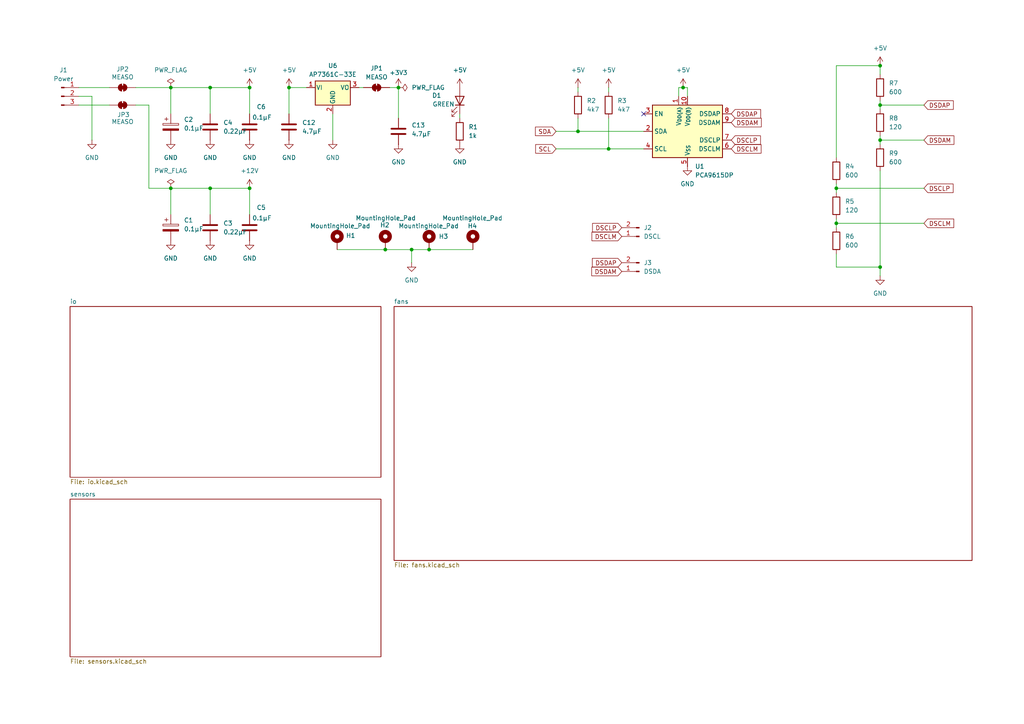
<source format=kicad_sch>
(kicad_sch (version 20231120) (generator "eeschema") (generator_version "8.0")
  (paper "A4")
  (title_block (title "Printhead PCB"))
  (lib_symbols
    (symbol "Connector:Conn_01x02_Pin" (pin_names (offset 1.016) hide)
      (property "Reference" "J" (at 0 2.54 0))
      (property "Value" "Conn_01x02_Pin" (at 0 -5.08 0))
      (symbol "Conn_01x02_Pin_1_1"
        (polyline (pts (xy 1.27 -2.54) (xy 0.8636 -2.54)) (stroke (width 0.1524)))
        (polyline (pts (xy 1.27 0) (xy 0.8636 0)) (stroke (width 0.1524)))
        (rectangle (start 0.8636 -2.413) (end 0 -2.667) (stroke (width 0.1524)) (fill (type outline)))
        (rectangle (start 0.8636 0.127) (end 0 -0.127) (stroke (width 0.1524)) (fill (type outline)))
        (pin passive line (at 5.08 0 180) (length 3.81) (name "Pin_1") (number "1"))
        (pin passive line (at 5.08 -2.54 180) (length 3.81) (name "Pin_2") (number "2"))
      )
    )
    (symbol "Connector:Conn_01x03_Pin" (pin_names (offset 1.016) hide)
      (property "Reference" "J" (at 0 5.08 0))
      (property "Value" "Conn_01x03_Pin" (at 0 -5.08 0))
      (symbol "Conn_01x03_Pin_1_1"
        (polyline (pts (xy 1.27 -2.54) (xy 0.8636 -2.54)) (stroke (width 0.1524)))
        (polyline (pts (xy 1.27 0) (xy 0.8636 0)) (stroke (width 0.1524)))
        (polyline (pts (xy 1.27 2.54) (xy 0.8636 2.54)) (stroke (width 0.1524)))
        (rectangle (start 0.8636 -2.413) (end 0 -2.667) (stroke (width 0.1524)) (fill (type outline)))
        (rectangle (start 0.8636 0.127) (end 0 -0.127) (stroke (width 0.1524)) (fill (type outline)))
        (rectangle (start 0.8636 2.667) (end 0 2.413) (stroke (width 0.1524)) (fill (type outline)))
        (pin passive line (at 5.08 2.54 180) (length 3.81) (name "Pin_1") (number "1"))
        (pin passive line (at 5.08 0 180) (length 3.81) (name "Pin_2") (number "2"))
        (pin passive line (at 5.08 -2.54 180) (length 3.81) (name "Pin_3") (number "3"))
      )
    )
    (symbol "Device:C" (pin_numbers hide) (pin_names (offset 0.254))
      (property "Reference" "C" (at 0.635 2.54 0))
      (property "Value" "C" (at 0.635 -2.54 0))
      (symbol "C_0_1"
        (polyline (pts (xy -2.032 -0.762) (xy 2.032 -0.762)) (stroke (width 0.508)))
        (polyline (pts (xy -2.032 0.762) (xy 2.032 0.762)) (stroke (width 0.508)))
      )
      (symbol "C_1_1"
        (pin passive line (at 0 3.81 270) (length 2.794) (name "~") (number "1"))
        (pin passive line (at 0 -3.81 90) (length 2.794) (name "~") (number "2"))
      )
    )
    (symbol "Device:C_Polarized" (pin_numbers hide) (pin_names (offset 0.254))
      (property "Reference" "C" (at 0.635 2.54 0))
      (property "Value" "C_Polarized" (at 0.635 -2.54 0))
      (symbol "C_Polarized_0_1"
        (rectangle (start -2.286 0.508) (end 2.286 1.016))
        (polyline (pts (xy -1.778 2.286) (xy -0.762 2.286)))
        (polyline (pts (xy -1.27 2.794) (xy -1.27 1.778)))
        (rectangle (start 2.286 -0.508) (end -2.286 -1.016) (fill (type outline)))
      )
      (symbol "C_Polarized_1_1"
        (pin passive line (at 0 3.81 270) (length 2.794) (name "~") (number "1"))
        (pin passive line (at 0 -3.81 90) (length 2.794) (name "~") (number "2"))
      )
    )
    (symbol "Device:LED" (pin_numbers hide) (pin_names (offset 1.016) hide)
      (property "Reference" "D" (at 0 2.54 0))
      (property "Value" "LED" (at 0 -2.54 0))
      (symbol "LED_0_1"
        (polyline (pts (xy -1.27 -1.27) (xy -1.27 1.27)) (stroke (width 0.254)))
        (polyline (pts (xy -1.27 0) (xy 1.27 0)))
        (polyline (pts (xy 1.27 -1.27) (xy 1.27 1.27) (xy -1.27 0) (xy 1.27 -1.27)) (stroke (width 0.254)))
        (polyline (pts (xy -3.048 -0.762) (xy -4.572 -2.286) (xy -3.81 -2.286) (xy -4.572 -2.286) (xy -4.572 -1.524)))
        (polyline (pts (xy -1.778 -0.762) (xy -3.302 -2.286) (xy -2.54 -2.286) (xy -3.302 -2.286) (xy -3.302 -1.524)))
      )
      (symbol "LED_1_1"
        (pin passive line (at -3.81 0 0) (length 2.54) (name "K") (number "1"))
        (pin passive line (at 3.81 0 180) (length 2.54) (name "A") (number "2"))
      )
    )
    (symbol "Device:R" (pin_numbers hide) (pin_names (offset 0))
      (property "Reference" "R" (at 2.032 0 90))
      (property "Value" "R" (at 0 0 90))
      (symbol "R_0_1"
        (rectangle (start -1.016 -2.54) (end 1.016 2.54) (stroke (width 0.254)))
      )
      (symbol "R_1_1"
        (pin passive line (at 0 3.81 270) (length 1.27) (name "~") (number "1"))
        (pin passive line (at 0 -3.81 90) (length 1.27) (name "~") (number "2"))
      )
    )
    (symbol "Interface:PCA9615DP"
      (property "Reference" "U" (at -10.16 8.89 0))
      (property "Value" "PCA9615DP" (at 1.27 8.89 0))
      (symbol "PCA9615DP_0_1"
        (rectangle (start -10.16 7.62) (end 10.16 -7.62) (stroke (width 0.254)) (fill (type background)))
      )
      (symbol "PCA9615DP_1_1"
        (pin power_in line (at -2.54 10.16 270) (length 2.54) (name "V_{DD(A)}") (number "1"))
        (pin power_in line (at 0 10.16 270) (length 2.54) (name "V_{DD(B)}") (number "10"))
        (pin bidirectional line (at -12.7 0 0) (length 2.54) (name "SDA") (number "2"))
        (pin input line (at -12.7 5.08 0) (length 2.54) (name "EN") (number "3"))
        (pin bidirectional line (at -12.7 -5.08 0) (length 2.54) (name "SCL") (number "4"))
        (pin power_in line (at 0 -10.16 90) (length 2.54) (name "V_{SS}") (number "5"))
        (pin bidirectional line (at 12.7 -5.08 180) (length 2.54) (name "DSCLM") (number "6"))
        (pin bidirectional line (at 12.7 -2.54 180) (length 2.54) (name "DSCLP") (number "7"))
        (pin bidirectional line (at 12.7 5.08 180) (length 2.54) (name "DSDAP") (number "8"))
        (pin bidirectional line (at 12.7 2.54 180) (length 2.54) (name "DSDAM") (number "9"))
      )
    )
    (symbol "Jumper:SolderJumper_2_Bridged" (pin_numbers hide) (pin_names (offset 0) hide) (exclude_from_sim yes) (in_bom no)
      (property "Reference" "JP" (at 0 2.032 0))
      (property "Value" "SolderJumper_2_Bridged" (at 0 -2.54 0))
      (symbol "SolderJumper_2_Bridged_0_1"
        (rectangle (start -0.508 0.508) (end 0.508 -0.508) (fill (type outline)))
        (arc (start -0.254 1.016) (mid -1.2656 0) (end -0.254 -1.016))
        (arc (start -0.254 1.016) (mid -1.2656 0) (end -0.254 -1.016) (fill (type outline)))
        (polyline (pts (xy -0.254 1.016) (xy -0.254 -1.016)))
        (polyline (pts (xy 0.254 1.016) (xy 0.254 -1.016)))
        (arc (start 0.254 -1.016) (mid 1.2656 0) (end 0.254 1.016))
        (arc (start 0.254 -1.016) (mid 1.2656 0) (end 0.254 1.016) (fill (type outline)))
      )
      (symbol "SolderJumper_2_Bridged_1_1"
        (pin passive line (at -3.81 0 0) (length 2.54) (name "A") (number "1"))
        (pin passive line (at 3.81 0 180) (length 2.54) (name "B") (number "2"))
      )
    )
    (symbol "Mechanical:MountingHole_Pad" (pin_numbers hide) (pin_names (offset 1.016) hide)
      (property "Reference" "H" (at 0 6.35 0))
      (property "Value" "MountingHole_Pad" (at 0 4.445 0))
      (symbol "MountingHole_Pad_0_1"
        (circle (center 0 1.27) (radius 1.27) (stroke (width 1.27)))
      )
      (symbol "MountingHole_Pad_1_1"
        (pin input line (at 0 -2.54 90) (length 2.54) (name "1") (number "1"))
      )
    )
    (symbol "MountingHole_Pad_1" (pin_numbers hide) (pin_names (offset 1.016) hide)
      (property "Reference" "H" (at 0 6.35 0))
      (property "Value" "MountingHole_Pad" (at 0 4.445 0))
      (symbol "MountingHole_Pad_1_0_1"
        (circle (center 0 1.27) (radius 1.27) (stroke (width 1.27)))
      )
      (symbol "MountingHole_Pad_1_1_1"
        (pin input line (at 0 -2.54 90) (length 2.54) (name "1") (number "1"))
      )
    )
    (symbol "MountingHole_Pad_2" (pin_numbers hide) (pin_names (offset 1.016) hide)
      (property "Reference" "H" (at 0 6.35 0))
      (property "Value" "MountingHole_Pad" (at 0 4.445 0))
      (symbol "MountingHole_Pad_2_0_1"
        (circle (center 0 1.27) (radius 1.27) (stroke (width 1.27)))
      )
      (symbol "MountingHole_Pad_2_1_1"
        (pin input line (at 0 -2.54 90) (length 2.54) (name "1") (number "1"))
      )
    )
    (symbol "MountingHole_Pad_3" (pin_numbers hide) (pin_names (offset 1.016) hide)
      (property "Reference" "H" (at 0 6.35 0))
      (property "Value" "MountingHole_Pad" (at 0 4.445 0))
      (symbol "MountingHole_Pad_3_0_1"
        (circle (center 0 1.27) (radius 1.27) (stroke (width 1.27)))
      )
      (symbol "MountingHole_Pad_3_1_1"
        (pin input line (at 0 -2.54 90) (length 2.54) (name "1") (number "1"))
      )
    )
    (symbol "Regulator_Linear:AP7361C-33E" (pin_names (offset 0.254))
      (property "Reference" "U" (at -3.81 3.175 0))
      (property "Value" "AP7361C-33E" (at 0 3.175 0))
      (symbol "AP7361C-33E_0_1"
        (rectangle (start -5.08 -5.08) (end 5.08 1.905) (stroke (width 0.254)) (fill (type background)))
      )
      (symbol "AP7361C-33E_1_1"
        (pin power_in line (at -7.62 0 0) (length 2.54) (name "VI") (number "1"))
        (pin power_in line (at 0 -7.62 90) (length 2.54) (name "GND") (number "2"))
        (pin power_out line (at 7.62 0 180) (length 2.54) (name "VO") (number "3"))
      )
    )
    (symbol "power:+12V" (power) (pin_numbers hide) (pin_names (offset 0) hide)
      (property "Value" "+12V" (at 0 3.556 0))
      (symbol "+12V_0_1"
        (polyline (pts (xy -0.762 1.27) (xy 0 2.54)))
        (polyline (pts (xy 0 0) (xy 0 2.54)))
        (polyline (pts (xy 0 2.54) (xy 0.762 1.27)))
      )
      (symbol "+12V_1_1"
        (pin power_in line (at 0 0 90) (length 0) (name "~") (number "1"))
      )
    )
    (symbol "power:+3V3" (power) (pin_numbers hide) (pin_names (offset 0) hide)
      (property "Value" "+3V3" (at 0 3.556 0))
      (symbol "+3V3_0_1"
        (polyline (pts (xy -0.762 1.27) (xy 0 2.54)))
        (polyline (pts (xy 0 0) (xy 0 2.54)))
        (polyline (pts (xy 0 2.54) (xy 0.762 1.27)))
      )
      (symbol "+3V3_1_1"
        (pin power_in line (at 0 0 90) (length 0) (name "~") (number "1"))
      )
    )
    (symbol "power:+5V" (power) (pin_numbers hide) (pin_names (offset 0) hide)
      (property "Value" "+5V" (at 0 3.556 0))
      (symbol "+5V_0_1"
        (polyline (pts (xy -0.762 1.27) (xy 0 2.54)))
        (polyline (pts (xy 0 0) (xy 0 2.54)))
        (polyline (pts (xy 0 2.54) (xy 0.762 1.27)))
      )
      (symbol "+5V_1_1"
        (pin power_in line (at 0 0 90) (length 0) (name "~") (number "1"))
      )
    )
    (symbol "power:GND" (power) (pin_numbers hide) (pin_names (offset 0) hide)
      (property "Value" "GND" (at 0 -3.81 0))
      (symbol "GND_0_1"
        (polyline (pts (xy 0 0) (xy 0 -1.27) (xy 1.27 -1.27) (xy 0 -2.54) (xy -1.27 -1.27) (xy 0 -1.27)))
      )
      (symbol "GND_1_1"
        (pin power_in line (at 0 0 270) (length 0) (name "~") (number "1"))
      )
    )
    (symbol "power:PWR_FLAG" (power) (pin_numbers hide) (pin_names (offset 0) hide)
      (property "Value" "PWR_FLAG" (at 0 3.81 0))
      (symbol "PWR_FLAG_0_0"
        (pin power_out line (at 0 0 90) (length 0) (name "~") (number "1"))
      )
      (symbol "PWR_FLAG_0_1"
        (polyline (pts (xy 0 0) (xy 0 1.27) (xy -1.016 1.905) (xy 0 2.54) (xy 1.016 1.905) (xy 0 1.27)))
      )
    )
  )
  (junction (at 255.27 30.48))
  (junction (at 60.96 25.4))
  (junction (at 115.57 25.4))
  (junction (at 49.53 54.61))
  (junction (at 124.46 72.39))
  (junction (at 119.38 72.39))
  (junction (at 72.39 54.61))
  (junction (at 72.39 25.4))
  (junction (at 255.27 40.64))
  (junction (at 111.76 72.39))
  (junction (at 167.64 38.1))
  (junction (at 242.57 54.61))
  (junction (at 255.27 19.05))
  (junction (at 255.27 77.47))
  (junction (at 176.53 43.18))
  (junction (at 198.12 25.4))
  (junction (at 83.82 25.4))
  (junction (at 49.53 25.4))
  (junction (at 60.96 54.61))
  (junction (at 242.57 64.77))
  (no_connect (at 186.69 33.02))
  (wire (pts (xy 242.57 53.34) (xy 242.57 54.61)))
  (wire (pts (xy 176.53 34.29) (xy 176.53 43.18)))
  (wire (pts (xy 72.39 33.02) (xy 72.39 25.4)))
  (wire (pts (xy 97.79 72.39) (xy 111.76 72.39)))
  (wire (pts (xy 198.12 25.4) (xy 199.39 25.4)))
  (wire (pts (xy 242.57 54.61) (xy 242.57 55.88)))
  (wire (pts (xy 60.96 25.4) (xy 72.39 25.4)))
  (wire (pts (xy 242.57 64.77) (xy 267.97 64.77)))
  (wire (pts (xy 22.86 25.4) (xy 31.75 25.4)))
  (wire (pts (xy 176.53 26.67) (xy 176.53 25.4)))
  (wire (pts (xy 255.27 80.01) (xy 255.27 77.47)))
  (wire (pts (xy 242.57 64.77) (xy 242.57 66.04)))
  (wire (pts (xy 39.37 30.48) (xy 43.18 30.48)))
  (wire (pts (xy 49.53 62.23) (xy 49.53 54.61)))
  (wire (pts (xy 88.9 25.4) (xy 83.82 25.4)))
  (wire (pts (xy 242.57 19.05) (xy 255.27 19.05)))
  (wire (pts (xy 242.57 73.66) (xy 242.57 77.47)))
  (wire (pts (xy 26.67 27.94) (xy 26.67 40.64)))
  (wire (pts (xy 49.53 33.02) (xy 49.53 25.4)))
  (wire (pts (xy 255.27 19.05) (xy 255.27 21.59)))
  (wire (pts (xy 242.57 54.61) (xy 267.97 54.61)))
  (wire (pts (xy 39.37 25.4) (xy 49.53 25.4)))
  (wire (pts (xy 255.27 30.48) (xy 267.97 30.48)))
  (wire (pts (xy 242.57 63.5) (xy 242.57 64.77)))
  (wire (pts (xy 167.64 25.4) (xy 167.64 26.67)))
  (wire (pts (xy 72.39 62.23) (xy 72.39 54.61)))
  (wire (pts (xy 49.53 25.4) (xy 60.96 25.4)))
  (wire (pts (xy 119.38 72.39) (xy 119.38 76.2)))
  (wire (pts (xy 255.27 40.64) (xy 255.27 41.91)))
  (wire (pts (xy 255.27 29.21) (xy 255.27 30.48)))
  (wire (pts (xy 124.46 72.39) (xy 137.16 72.39)))
  (wire (pts (xy 133.35 33.02) (xy 133.35 34.29)))
  (wire (pts (xy 196.85 25.4) (xy 198.12 25.4)))
  (wire (pts (xy 255.27 49.53) (xy 255.27 77.47)))
  (wire (pts (xy 167.64 34.29) (xy 167.64 38.1)))
  (wire (pts (xy 113.03 25.4) (xy 115.57 25.4)))
  (wire (pts (xy 242.57 45.72) (xy 242.57 19.05)))
  (wire (pts (xy 255.27 39.37) (xy 255.27 40.64)))
  (wire (pts (xy 22.86 27.94) (xy 26.67 27.94)))
  (wire (pts (xy 22.86 30.48) (xy 31.75 30.48)))
  (wire (pts (xy 43.18 30.48) (xy 43.18 54.61)))
  (wire (pts (xy 119.38 72.39) (xy 124.46 72.39)))
  (wire (pts (xy 43.18 54.61) (xy 49.53 54.61)))
  (wire (pts (xy 255.27 40.64) (xy 267.97 40.64)))
  (wire (pts (xy 255.27 77.47) (xy 242.57 77.47)))
  (wire (pts (xy 167.64 38.1) (xy 186.69 38.1)))
  (wire (pts (xy 60.96 62.23) (xy 60.96 54.61)))
  (wire (pts (xy 161.29 38.1) (xy 167.64 38.1)))
  (wire (pts (xy 161.29 43.18) (xy 176.53 43.18)))
  (wire (pts (xy 115.57 25.4) (xy 115.57 34.29)))
  (wire (pts (xy 176.53 43.18) (xy 186.69 43.18)))
  (wire (pts (xy 255.27 30.48) (xy 255.27 31.75)))
  (wire (pts (xy 49.53 54.61) (xy 60.96 54.61)))
  (wire (pts (xy 60.96 33.02) (xy 60.96 25.4)))
  (wire (pts (xy 83.82 25.4) (xy 83.82 33.02)))
  (wire (pts (xy 96.52 33.02) (xy 96.52 40.64)))
  (wire (pts (xy 104.14 25.4) (xy 105.41 25.4)))
  (wire (pts (xy 196.85 25.4) (xy 196.85 27.94)))
  (wire (pts (xy 60.96 54.61) (xy 72.39 54.61)))
  (wire (pts (xy 111.76 72.39) (xy 119.38 72.39)))
  (wire (pts (xy 199.39 27.94) (xy 199.39 25.4)))
  (global_label "DSCLP" (shape input) (at 267.97 54.61 0) (property "Intersheetrefs" "${INTERSHEET_REFS}" (effects (hide yes))))
  (global_label "DSCLP" (shape input) (at 212.09 40.64 0) (property "Intersheetrefs" "${INTERSHEET_REFS}" (effects (hide yes))))
  (global_label "DSDAM" (shape input) (at 180.34 78.74 180) (property "Intersheetrefs" "${INTERSHEET_REFS}" (effects (hide yes))))
  (global_label "DSCLM" (shape input) (at 212.09 43.18 0) (property "Intersheetrefs" "${INTERSHEET_REFS}" (effects (hide yes))))
  (global_label "DSCLP" (shape input) (at 180.34 66.04 180) (property "Intersheetrefs" "${INTERSHEET_REFS}" (effects (hide yes))))
  (global_label "DSDAP" (shape input) (at 267.97 30.48 0) (property "Intersheetrefs" "${INTERSHEET_REFS}" (effects (hide yes))))
  (global_label "DSCLM" (shape input) (at 267.97 64.77 0) (property "Intersheetrefs" "${INTERSHEET_REFS}" (effects (hide yes))))
  (global_label "DSDAM" (shape input) (at 267.97 40.64 0) (property "Intersheetrefs" "${INTERSHEET_REFS}" (effects (hide yes))))
  (global_label "SDA" (shape input) (at 161.29 38.1 180) (property "Intersheetrefs" "${INTERSHEET_REFS}" (effects (hide yes))))
  (global_label "DSDAP" (shape input) (at 212.09 33.02 0) (property "Intersheetrefs" "${INTERSHEET_REFS}" (effects (hide yes))))
  (global_label "DSDAM" (shape input) (at 212.09 35.56 0) (property "Intersheetrefs" "${INTERSHEET_REFS}" (effects (hide yes))))
  (global_label "DSCLM" (shape input) (at 180.34 68.58 180) (property "Intersheetrefs" "${INTERSHEET_REFS}" (effects (hide yes))))
  (global_label "DSDAP" (shape input) (at 180.34 76.2 180) (property "Intersheetrefs" "${INTERSHEET_REFS}" (effects (hide yes))))
  (global_label "SCL" (shape input) (at 161.29 43.18 180) (property "Intersheetrefs" "${INTERSHEET_REFS}" (effects (hide yes))))
  (symbol (lib_id "power:PWR_FLAG") (at 49.53 25.4 0) (unit 1)
    (property "Reference" "#FLG02" (effects (hide yes)))
    (property "Value" "PWR_FLAG" (at 49.53 20.32 0))
    (property "Description" "Special symbol for telling ERC where power comes from" (effects (hide yes)))
  )
  (symbol (lib_id "Device:R") (at 242.57 59.69 0) (unit 1)
    (property "Reference" "R5" (at 245.11 58.4199 0) (effects (justify left)))
    (property "Value" "120" (at 245.11 60.9599 0) (effects (justify left)))
    (property "Footprint" "Resistor_SMD:R_0402_1005Metric" (effects (hide yes)))
    (property "Description" "Resistor" (effects (hide yes)))
  )
  (symbol (lib_id "Device:R") (at 242.57 69.85 0) (unit 1)
    (property "Reference" "R6" (at 245.11 68.5799 0) (effects (justify left)))
    (property "Value" "600" (at 245.11 71.1199 0) (effects (justify left)))
    (property "Footprint" "Resistor_SMD:R_0402_1005Metric" (effects (hide yes)))
    (property "Description" "Resistor" (effects (hide yes)))
  )
  (symbol (lib_id "power:GND") (at 133.35 41.91 0) (unit 1)
    (property "Reference" "#PWR011" (effects (hide yes)))
    (property "Value" "GND" (at 133.35 46.99 0))
    (property "Description" "Power symbol creates a global label with name \"GND\" , ground" (effects (hide yes)))
  )
  (symbol (lib_id "Jumper:SolderJumper_2_Bridged") (at 35.56 25.4 0) (unit 1) (exclude_from_sim yes) (in_bom no)
    (property "Reference" "JP2" (at 35.56 20.066 0))
    (property "Value" "MEASO" (at 35.56 22.352 0))
    (property "Description" "Solder Jumper, 2-pole, closed/bridged" (effects (hide yes)))
  )
  (symbol (lib_id "Regulator_Linear:AP7361C-33E") (at 96.52 25.4 0) (unit 1)
    (property "Reference" "U6" (at 96.52 19.05 0))
    (property "Value" "AP7361C-33E" (at 96.52 21.59 0))
    (property "Footprint" "Package_TO_SOT_SMD:SOT-223-3_TabPin2" (effects (hide yes)))
    (property "Datasheet" "https://www.diodes.com/assets/Datasheets/AP7361C.pdf" (effects (hide yes)))
    (property "Description" "1A Low Dropout regulator, positive, 3.3V fixed output, SOT-223" (effects (hide yes)))
  )
  (symbol (lib_name "MountingHole_Pad_2") (lib_id "Mechanical:MountingHole_Pad") (at 124.46 69.85 0) (unit 1)
    (property "Reference" "H3" (at 127.254 68.58 0) (effects (justify left)))
    (property "Value" "MountingHole_Pad" (at 115.57 65.532 0) (effects (justify left)))
    (property "Footprint" "MountingHole:MountingHole_2.2mm_M2_Pad_TopBottom" (effects (hide yes)))
    (property "Description" "Mounting Hole with connection" (effects (hide yes)))
  )
  (symbol (lib_id "Device:C") (at 72.39 66.04 0) (unit 1)
    (property "Reference" "C5" (at 74.422 60.198 0) (effects (justify left)))
    (property "Value" "0.1µF" (at 73.152 63.246 0) (effects (justify left)))
    (property "Footprint" "Capacitor_SMD:C_0402_1005Metric" (effects (hide yes)))
    (property "Description" "Unpolarized capacitor" (effects (hide yes)))
  )
  (symbol (lib_id "Device:R") (at 176.53 30.48 0) (unit 1)
    (property "Reference" "R3" (at 179.07 29.2099 0) (effects (justify left)))
    (property "Value" "4k7" (at 179.07 31.7499 0) (effects (justify left)))
    (property "Footprint" "Resistor_SMD:R_0402_1005Metric" (effects (hide yes)))
    (property "Description" "Resistor" (effects (hide yes)))
  )
  (symbol (lib_id "power:GND") (at 60.96 69.85 0) (unit 1)
    (property "Reference" "#PWR03" (effects (hide yes)))
    (property "Value" "GND" (at 60.96 74.93 0))
    (property "Description" "Power symbol creates a global label with name \"GND\" , ground" (effects (hide yes)))
  )
  (symbol (lib_id "Connector:Conn_01x02_Pin") (at 185.42 68.58 180) (unit 1)
    (property "Reference" "J2" (at 186.69 66.0399 0) (effects (justify right)))
    (property "Value" "DSCL" (at 186.69 68.5799 0) (effects (justify right)))
    (property "Description" "Generic connector, single row, 01x02, script generated" (effects (hide yes)))
  )
  (symbol (lib_id "power:GND") (at 83.82 40.64 0) (unit 1)
    (property "Reference" "#PWR058" (effects (hide yes)))
    (property "Value" "GND" (at 83.82 45.72 0))
    (property "Description" "Power symbol creates a global label with name \"GND\" , ground" (effects (hide yes)))
  )
  (symbol (lib_id "power:GND") (at 72.39 69.85 0) (unit 1)
    (property "Reference" "#PWR06" (effects (hide yes)))
    (property "Value" "GND" (at 72.39 74.93 0))
    (property "Description" "Power symbol creates a global label with name \"GND\" , ground" (effects (hide yes)))
  )
  (symbol (lib_name "MountingHole_Pad_1") (lib_id "Mechanical:MountingHole_Pad") (at 137.16 69.85 0) (unit 1)
    (property "Reference" "H4" (at 135.636 65.532 0) (effects (justify left)))
    (property "Value" "MountingHole_Pad" (at 128.27 63.246 0) (effects (justify left)))
    (property "Footprint" "MountingHole:MountingHole_2.2mm_M2_Pad_TopBottom" (effects (hide yes)))
    (property "Description" "Mounting Hole with connection" (effects (hide yes)))
  )
  (symbol (lib_id "power:GND") (at 199.39 48.26 0) (unit 1)
    (property "Reference" "#PWR016" (effects (hide yes)))
    (property "Value" "GND" (at 199.39 53.34 0))
    (property "Description" "Power symbol creates a global label with name \"GND\" , ground" (effects (hide yes)))
  )
  (symbol (lib_id "Device:C_Polarized") (at 49.53 36.83 0) (unit 1)
    (property "Reference" "C2" (at 53.34 34.6709 0) (effects (justify left)))
    (property "Value" "0.1µF" (at 53.34 37.2109 0) (effects (justify left)))
    (property "Footprint" "Capacitor_SMD:CP_Elec_5x3" (effects (hide yes)))
    (property "Description" "Polarized capacitor" (effects (hide yes)))
  )
  (symbol (lib_id "power:GND") (at 49.53 69.85 0) (unit 1)
    (property "Reference" "#PWR01" (effects (hide yes)))
    (property "Value" "GND" (at 49.53 74.93 0))
    (property "Description" "Power symbol creates a global label with name \"GND\" , ground" (effects (hide yes)))
  )
  (symbol (lib_id "Device:C_Polarized") (at 49.53 66.04 0) (unit 1)
    (property "Reference" "C1" (at 53.34 63.8809 0) (effects (justify left)))
    (property "Value" "0.1µF" (at 53.34 66.4209 0) (effects (justify left)))
    (property "Footprint" "Capacitor_SMD:CP_Elec_5x3" (effects (hide yes)))
    (property "Description" "Polarized capacitor" (effects (hide yes)))
  )
  (symbol (lib_id "Device:LED") (at 133.35 29.21 270) (mirror x) (unit 1)
    (property "Reference" "D1" (at 128.016 27.686 90) (effects (justify right)))
    (property "Value" "GREEN" (at 131.826 30.226 90) (effects (justify right)))
    (property "Footprint" "LED_SMD:LED_0805_2012Metric" (effects (hide yes)))
    (property "Description" "Light emitting diode" (effects (hide yes)))
  )
  (symbol (lib_id "power:GND") (at 119.38 76.2 0) (unit 1)
    (property "Reference" "#PWR012" (effects (hide yes)))
    (property "Value" "GND" (at 119.38 81.28 0))
    (property "Description" "Power symbol creates a global label with name \"GND\" , ground" (effects (hide yes)))
  )
  (symbol (lib_id "power:+5V") (at 72.39 25.4 0) (unit 1)
    (property "Reference" "#PWR010" (effects (hide yes)))
    (property "Value" "+5V" (at 72.39 20.32 0))
    (property "Description" "Power symbol creates a global label with name \"+5V\"" (effects (hide yes)))
  )
  (symbol (lib_id "power:GND") (at 60.96 40.64 0) (unit 1)
    (property "Reference" "#PWR04" (effects (hide yes)))
    (property "Value" "GND" (at 60.96 45.72 0))
    (property "Description" "Power symbol creates a global label with name \"GND\" , ground" (effects (hide yes)))
  )
  (symbol (lib_id "Device:C") (at 72.39 36.83 0) (unit 1)
    (property "Reference" "C6" (at 74.422 30.988 0) (effects (justify left)))
    (property "Value" "0.1µF" (at 73.152 34.036 0) (effects (justify left)))
    (property "Footprint" "Capacitor_SMD:C_0402_1005Metric" (effects (hide yes)))
    (property "Description" "Unpolarized capacitor" (effects (hide yes)))
  )
  (symbol (lib_id "power:GND") (at 72.39 40.64 0) (unit 1)
    (property "Reference" "#PWR08" (effects (hide yes)))
    (property "Value" "GND" (at 72.39 45.72 0))
    (property "Description" "Power symbol creates a global label with name \"GND\" , ground" (effects (hide yes)))
  )
  (symbol (lib_id "Jumper:SolderJumper_2_Bridged") (at 109.22 25.4 0) (unit 1) (exclude_from_sim yes) (in_bom no)
    (property "Reference" "JP1" (at 109.22 19.812 0))
    (property "Value" "MEASO" (at 109.22 22.352 0))
    (property "Description" "Solder Jumper, 2-pole, closed/bridged" (effects (hide yes)))
  )
  (symbol (lib_id "power:GND") (at 255.27 80.01 0) (unit 1)
    (property "Reference" "#PWR018" (effects (hide yes)))
    (property "Value" "GND" (at 255.27 85.09 0))
    (property "Description" "Power symbol creates a global label with name \"GND\" , ground" (effects (hide yes)))
  )
  (symbol (lib_id "power:+3V3") (at 115.57 25.4 0) (unit 1)
    (property "Reference" "#PWR061" (effects (hide yes)))
    (property "Value" "+3V3" (at 115.57 21.082 0))
    (property "Description" "Power symbol creates a global label with name \"+3V3\"" (effects (hide yes)))
  )
  (symbol (lib_id "Device:C") (at 83.82 36.83 0) (unit 1)
    (property "Reference" "C12" (at 87.63 35.5599 0) (effects (justify left)))
    (property "Value" "4.7µF" (at 87.63 38.0999 0) (effects (justify left)))
    (property "Footprint" "Capacitor_SMD:C_0402_1005Metric" (effects (hide yes)))
    (property "Description" "Unpolarized capacitor" (effects (hide yes)))
  )
  (symbol (lib_id "power:PWR_FLAG") (at 49.53 54.61 0) (unit 1)
    (property "Reference" "#FLG01" (effects (hide yes)))
    (property "Value" "PWR_FLAG" (at 49.53 49.53 0))
    (property "Description" "Special symbol for telling ERC where power comes from" (effects (hide yes)))
  )
  (symbol (lib_id "Device:C") (at 115.57 38.1 0) (unit 1)
    (property "Reference" "C13" (at 119.38 36.322 0) (effects (justify left)))
    (property "Value" "4.7µF" (at 119.38 38.862 0) (effects (justify left)))
    (property "Footprint" "Capacitor_SMD:C_0402_1005Metric" (effects (hide yes)))
    (property "Description" "Unpolarized capacitor" (effects (hide yes)))
  )
  (symbol (lib_id "Device:R") (at 167.64 30.48 0) (unit 1)
    (property "Reference" "R2" (at 170.18 29.2099 0) (effects (justify left)))
    (property "Value" "4k7" (at 170.18 31.7499 0) (effects (justify left)))
    (property "Footprint" "Resistor_SMD:R_0402_1005Metric" (effects (hide yes)))
    (property "Description" "Resistor" (effects (hide yes)))
  )
  (symbol (lib_id "power:GND") (at 49.53 40.64 0) (unit 1)
    (property "Reference" "#PWR02" (effects (hide yes)))
    (property "Value" "GND" (at 49.53 45.72 0))
    (property "Description" "Power symbol creates a global label with name \"GND\" , ground" (effects (hide yes)))
  )
  (symbol (lib_name "MountingHole_Pad_3") (lib_id "Mechanical:MountingHole_Pad") (at 111.76 69.85 0) (unit 1)
    (property "Reference" "H2" (at 110.236 65.278 0) (effects (justify left)))
    (property "Value" "MountingHole_Pad" (at 103.124 63.246 0) (effects (justify left)))
    (property "Footprint" "MountingHole:MountingHole_2.2mm_M2_Pad_TopBottom" (effects (hide yes)))
    (property "Description" "Mounting Hole with connection" (effects (hide yes)))
  )
  (symbol (lib_id "power:+12V") (at 72.39 54.61 0) (unit 1)
    (property "Reference" "#PWR05" (effects (hide yes)))
    (property "Value" "+12V" (at 72.39 49.53 0))
    (property "Description" "Power symbol creates a global label with name \"+12V\"" (effects (hide yes)))
  )
  (symbol (lib_id "power:GND") (at 96.52 40.64 0) (unit 1)
    (property "Reference" "#PWR059" (effects (hide yes)))
    (property "Value" "GND" (at 96.52 45.72 0))
    (property "Description" "Power symbol creates a global label with name \"GND\" , ground" (effects (hide yes)))
  )
  (symbol (lib_id "Device:R") (at 255.27 25.4 0) (unit 1)
    (property "Reference" "R7" (at 257.81 24.1299 0) (effects (justify left)))
    (property "Value" "600" (at 257.81 26.6699 0) (effects (justify left)))
    (property "Footprint" "Resistor_SMD:R_0402_1005Metric" (effects (hide yes)))
    (property "Description" "Resistor" (effects (hide yes)))
  )
  (symbol (lib_id "Device:R") (at 242.57 49.53 0) (unit 1)
    (property "Reference" "R4" (at 245.11 48.2599 0) (effects (justify left)))
    (property "Value" "600" (at 245.11 50.7999 0) (effects (justify left)))
    (property "Footprint" "Resistor_SMD:R_0402_1005Metric" (effects (hide yes)))
    (property "Description" "Resistor" (effects (hide yes)))
  )
  (symbol (lib_id "Device:C") (at 60.96 66.04 0) (unit 1)
    (property "Reference" "C3" (at 64.77 64.7699 0) (effects (justify left)))
    (property "Value" "0.22µF" (at 64.77 67.3099 0) (effects (justify left)))
    (property "Footprint" "Capacitor_SMD:C_0402_1005Metric" (effects (hide yes)))
    (property "Description" "Unpolarized capacitor" (effects (hide yes)))
  )
  (symbol (lib_id "Mechanical:MountingHole_Pad") (at 97.79 69.85 0) (unit 1)
    (property "Reference" "H1" (at 100.33 68.326 0) (effects (justify left)))
    (property "Value" "MountingHole_Pad" (at 89.916 65.532 0) (effects (justify left)))
    (property "Footprint" "MountingHole:MountingHole_2.2mm_M2_Pad_TopBottom" (effects (hide yes)))
    (property "Description" "Mounting Hole with connection" (effects (hide yes)))
  )
  (symbol (lib_id "power:GND") (at 26.67 40.64 0) (unit 1)
    (property "Reference" "#PWR09" (effects (hide yes)))
    (property "Value" "GND" (at 26.67 45.72 0))
    (property "Description" "Power symbol creates a global label with name \"GND\" , ground" (effects (hide yes)))
  )
  (symbol (lib_id "Connector:Conn_01x03_Pin") (at 17.78 27.94 0) (unit 1)
    (property "Reference" "J1" (at 18.415 20.32 0))
    (property "Value" "Power" (at 18.415 22.86 0))
    (property "Description" "Generic connector, single row, 01x03, script generated" (effects (hide yes)))
  )
  (symbol (lib_id "power:+5V") (at 133.35 25.4 0) (unit 1)
    (property "Reference" "#PWR07" (effects (hide yes)))
    (property "Value" "+5V" (at 133.35 20.32 0))
    (property "Description" "Power symbol creates a global label with name \"+5V\"" (effects (hide yes)))
  )
  (symbol (lib_id "Interface:PCA9615DP") (at 199.39 38.1 0) (unit 1)
    (property "Reference" "U1" (at 201.5841 48.26 0) (effects (justify left)))
    (property "Value" "PCA9615DP" (at 201.5841 50.8 0) (effects (justify left)))
    (property "Footprint" "Package_SO:TSSOP-10_3x3mm_P0.5mm" (effects (hide yes)))
    (property "Datasheet" "https://www.nxp.com/docs/en/data-sheet/PCA9615.pdf" (effects (hide yes)))
    (property "Description" "Dual bidirectional hot-swap multipoint bus buffer, SO-8" (effects (hide yes)))
  )
  (symbol (lib_id "Jumper:SolderJumper_2_Bridged") (at 35.56 30.48 0) (unit 1) (exclude_from_sim yes) (in_bom no)
    (property "Reference" "JP3" (at 35.814 33.274 0))
    (property "Value" "MEASO" (at 35.56 35.306 0))
    (property "Description" "Solder Jumper, 2-pole, closed/bridged" (effects (hide yes)))
  )
  (symbol (lib_id "power:+5V") (at 198.12 25.4 0) (unit 1)
    (property "Reference" "#PWR015" (effects (hide yes)))
    (property "Value" "+5V" (at 198.12 20.32 0))
    (property "Description" "Power symbol creates a global label with name \"+5V\"" (effects (hide yes)))
  )
  (symbol (lib_id "power:+5V") (at 176.53 25.4 0) (unit 1)
    (property "Reference" "#PWR014" (effects (hide yes)))
    (property "Value" "+5V" (at 176.53 20.32 0))
    (property "Description" "Power symbol creates a global label with name \"+5V\"" (effects (hide yes)))
  )
  (symbol (lib_id "power:PWR_FLAG") (at 115.57 25.4 270) (unit 1)
    (property "Reference" "#FLG06" (effects (hide yes)))
    (property "Value" "PWR_FLAG" (at 119.38 25.3999 90) (effects (justify left)))
    (property "Description" "Special symbol for telling ERC where power comes from" (effects (hide yes)))
  )
  (symbol (lib_id "Device:R") (at 255.27 35.56 0) (unit 1)
    (property "Reference" "R8" (at 257.81 34.2899 0) (effects (justify left)))
    (property "Value" "120" (at 257.81 36.8299 0) (effects (justify left)))
    (property "Footprint" "Resistor_SMD:R_0402_1005Metric" (effects (hide yes)))
    (property "Description" "Resistor" (effects (hide yes)))
  )
  (symbol (lib_id "Connector:Conn_01x02_Pin") (at 185.42 78.74 180) (unit 1)
    (property "Reference" "J3" (at 186.69 76.1999 0) (effects (justify right)))
    (property "Value" "DSDA" (at 186.69 78.7399 0) (effects (justify right)))
    (property "Description" "Generic connector, single row, 01x02, script generated" (effects (hide yes)))
  )
  (symbol (lib_id "power:+5V") (at 255.27 19.05 0) (unit 1)
    (property "Reference" "#PWR017" (effects (hide yes)))
    (property "Value" "+5V" (at 255.27 13.97 0))
    (property "Description" "Power symbol creates a global label with name \"+5V\"" (effects (hide yes)))
  )
  (symbol (lib_id "power:GND") (at 115.57 41.91 0) (unit 1)
    (property "Reference" "#PWR060" (effects (hide yes)))
    (property "Value" "GND" (at 115.57 46.99 0))
    (property "Description" "Power symbol creates a global label with name \"GND\" , ground" (effects (hide yes)))
  )
  (symbol (lib_id "Device:R") (at 255.27 45.72 0) (unit 1)
    (property "Reference" "R9" (at 257.81 44.4499 0) (effects (justify left)))
    (property "Value" "600" (at 257.81 46.9899 0) (effects (justify left)))
    (property "Footprint" "Resistor_SMD:R_0402_1005Metric" (effects (hide yes)))
    (property "Description" "Resistor" (effects (hide yes)))
  )
  (symbol (lib_id "Device:R") (at 133.35 38.1 0) (unit 1)
    (property "Reference" "R1" (at 135.89 36.8299 0) (effects (justify left)))
    (property "Value" "1k" (at 135.89 39.3699 0) (effects (justify left)))
    (property "Footprint" "Resistor_SMD:R_0402_1005Metric" (effects (hide yes)))
    (property "Description" "Resistor" (effects (hide yes)))
  )
  (symbol (lib_id "power:+5V") (at 167.64 25.4 0) (unit 1)
    (property "Reference" "#PWR013" (effects (hide yes)))
    (property "Value" "+5V" (at 167.64 20.32 0))
    (property "Description" "Power symbol creates a global label with name \"+5V\"" (effects (hide yes)))
  )
  (symbol (lib_id "power:+5V") (at 83.82 25.4 0) (unit 1)
    (property "Reference" "#PWR062" (effects (hide yes)))
    (property "Value" "+5V" (at 83.82 20.32 0))
    (property "Description" "Power symbol creates a global label with name \"+5V\"" (effects (hide yes)))
  )
  (symbol (lib_id "Device:C") (at 60.96 36.83 0) (unit 1)
    (property "Reference" "C4" (at 64.77 35.5599 0) (effects (justify left)))
    (property "Value" "0.22µF" (at 64.77 38.0999 0) (effects (justify left)))
    (property "Footprint" "Capacitor_SMD:C_0402_1005Metric" (effects (hide yes)))
    (property "Description" "Unpolarized capacitor" (effects (hide yes)))
  )
  (sheet (at 20.32 88.9) (size 90.17 49.53) (stroke (width 0.1524))
    (property "Sheetname" "io" (at 20.32 88.1884 0) (effects (justify left bottom)))
    (property "Sheetfile" "io.kicad_sch" (at 20.32 139.0146 0) (effects (justify left top)))
  )
  (sheet (at 114.3 88.9) (size 167.64 73.66) (stroke (width 0.1524))
    (property "Sheetname" "fans" (at 114.3 88.1884 0) (effects (justify left bottom)))
    (property "Sheetfile" "fans.kicad_sch" (at 114.3 163.1446 0) (effects (justify left top)))
  )
  (sheet (at 20.32 144.78) (size 90.17 45.72) (stroke (width 0.1524))
    (property "Sheetname" "sensors" (at 20.32 144.0684 0) (effects (justify left bottom)))
    (property "Sheetfile" "sensors.kicad_sch" (at 20.32 191.0846 0) (effects (justify left top)))
  )
)
</source>
